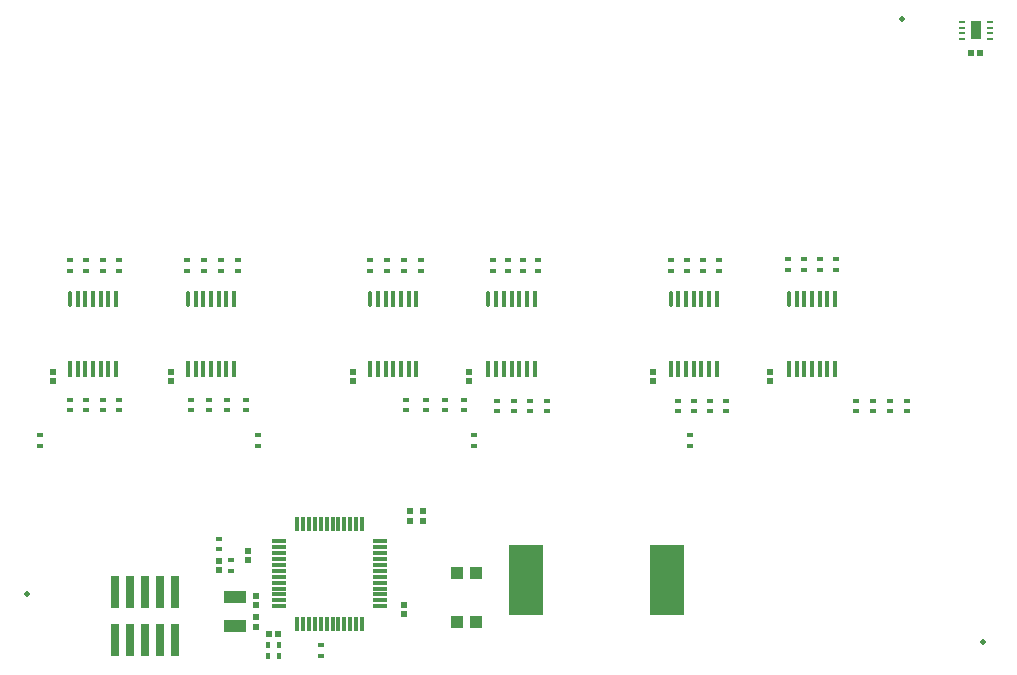
<source format=gbp>
G04*
G04 #@! TF.GenerationSoftware,Altium Limited,Altium Designer,23.9.2 (47)*
G04*
G04 Layer_Color=128*
%FSLAX44Y44*%
%MOMM*%
G71*
G04*
G04 #@! TF.SameCoordinates,755CF2AA-2F68-4FBA-815F-43BC2B140BDC*
G04*
G04*
G04 #@! TF.FilePolarity,Positive*
G04*
G01*
G75*
%ADD10C,0.5000*%
%ADD28R,0.5500X0.2500*%
%ADD30R,0.5200X0.5200*%
%ADD31R,0.5500X0.4500*%
%ADD33R,0.5200X0.5200*%
%ADD34R,0.3500X1.2000*%
%ADD35R,1.2000X0.3500*%
%ADD36R,0.6500X2.7700*%
%ADD37R,1.9000X1.1000*%
%ADD38R,0.4500X0.5500*%
%ADD39R,1.0000X1.0000*%
%ADD40R,0.3500X1.4500*%
%ADD41O,0.3500X1.4500*%
%ADD42R,3.0000X6.0000*%
%ADD58R,0.9000X1.6000*%
D10*
X756000Y547000D02*
D03*
X14924Y60000D02*
D03*
X824000Y19000D02*
D03*
D28*
X829750Y544500D02*
D03*
Y539500D02*
D03*
Y534500D02*
D03*
Y529500D02*
D03*
X806250D02*
D03*
Y534500D02*
D03*
Y539500D02*
D03*
Y544500D02*
D03*
D30*
X822000Y518000D02*
D03*
X814000D02*
D03*
X227708Y25684D02*
D03*
X219708D02*
D03*
D31*
X26000Y194500D02*
D03*
Y185500D02*
D03*
X177137Y106639D02*
D03*
Y97639D02*
D03*
X187431Y79500D02*
D03*
Y88500D02*
D03*
X264000Y7500D02*
D03*
Y16500D02*
D03*
X51000Y342500D02*
D03*
Y333500D02*
D03*
X65000Y342500D02*
D03*
Y333500D02*
D03*
X79000Y342500D02*
D03*
Y333500D02*
D03*
X93000Y342500D02*
D03*
Y333500D02*
D03*
X150000Y342500D02*
D03*
Y333500D02*
D03*
X164333Y342500D02*
D03*
Y333500D02*
D03*
X178667Y342500D02*
D03*
Y333500D02*
D03*
X193000Y342500D02*
D03*
Y333500D02*
D03*
X305000Y342500D02*
D03*
Y333500D02*
D03*
X319333Y342500D02*
D03*
Y333500D02*
D03*
X333667Y342500D02*
D03*
Y333500D02*
D03*
X348000Y342500D02*
D03*
Y333500D02*
D03*
X409000Y342500D02*
D03*
Y333500D02*
D03*
X421667Y342500D02*
D03*
Y333500D02*
D03*
X434333Y342500D02*
D03*
Y333500D02*
D03*
X447000Y342500D02*
D03*
Y333500D02*
D03*
X51000Y215500D02*
D03*
Y224500D02*
D03*
X65000Y215500D02*
D03*
Y224500D02*
D03*
X79000Y215500D02*
D03*
Y224500D02*
D03*
X93000Y215500D02*
D03*
Y224500D02*
D03*
X153217Y215500D02*
D03*
Y224500D02*
D03*
X168811Y215500D02*
D03*
Y224500D02*
D03*
X184405Y215500D02*
D03*
Y224500D02*
D03*
X200000Y215500D02*
D03*
Y224500D02*
D03*
X210000Y194500D02*
D03*
Y185500D02*
D03*
X336000Y215500D02*
D03*
Y224500D02*
D03*
X352333Y215500D02*
D03*
Y224500D02*
D03*
X368667Y215500D02*
D03*
Y224500D02*
D03*
X385000Y215500D02*
D03*
Y224500D02*
D03*
X393000Y194500D02*
D03*
Y185500D02*
D03*
X413000Y214500D02*
D03*
Y223500D02*
D03*
X427000Y214500D02*
D03*
Y223500D02*
D03*
X441000Y214500D02*
D03*
Y223500D02*
D03*
X455000Y214500D02*
D03*
Y223500D02*
D03*
X560000Y342500D02*
D03*
Y333500D02*
D03*
X573667Y342500D02*
D03*
Y333500D02*
D03*
X587333Y342500D02*
D03*
Y333500D02*
D03*
X601000Y342500D02*
D03*
Y333500D02*
D03*
X659000Y343500D02*
D03*
Y334500D02*
D03*
X672667Y343500D02*
D03*
Y334500D02*
D03*
X686333Y343500D02*
D03*
Y334500D02*
D03*
X700000Y343500D02*
D03*
Y334500D02*
D03*
X566000Y214500D02*
D03*
Y223500D02*
D03*
X579667Y214500D02*
D03*
Y223500D02*
D03*
X593333Y214500D02*
D03*
Y223500D02*
D03*
X607000Y214500D02*
D03*
Y223500D02*
D03*
X576000Y194500D02*
D03*
Y185500D02*
D03*
X717000Y214500D02*
D03*
Y223500D02*
D03*
X731333Y214500D02*
D03*
Y223500D02*
D03*
X745667Y214500D02*
D03*
Y223500D02*
D03*
X760000Y214500D02*
D03*
Y223500D02*
D03*
D33*
X334000Y43000D02*
D03*
Y51000D02*
D03*
X177137Y79850D02*
D03*
Y87850D02*
D03*
X201941Y88403D02*
D03*
Y96403D02*
D03*
X208414Y58459D02*
D03*
Y50459D02*
D03*
X208299Y32208D02*
D03*
Y40209D02*
D03*
X339000Y122000D02*
D03*
Y130000D02*
D03*
X350000Y122000D02*
D03*
Y130000D02*
D03*
X37000Y240000D02*
D03*
Y248000D02*
D03*
X136618Y240000D02*
D03*
Y248000D02*
D03*
X291000Y240000D02*
D03*
Y248000D02*
D03*
X389000Y240000D02*
D03*
Y248000D02*
D03*
X545180Y240000D02*
D03*
Y248000D02*
D03*
X644000Y240000D02*
D03*
Y248000D02*
D03*
D34*
X243500Y34500D02*
D03*
X248500D02*
D03*
X253500D02*
D03*
X258500D02*
D03*
X263500D02*
D03*
X268500D02*
D03*
X273500D02*
D03*
X278500D02*
D03*
X283500D02*
D03*
X288500D02*
D03*
X293500D02*
D03*
X298500D02*
D03*
Y119500D02*
D03*
X293500D02*
D03*
X288500D02*
D03*
X283500D02*
D03*
X278500D02*
D03*
X273500D02*
D03*
X268500D02*
D03*
X263500D02*
D03*
X258500D02*
D03*
X253500D02*
D03*
X248500D02*
D03*
X243500D02*
D03*
D35*
X313500Y49500D02*
D03*
Y54500D02*
D03*
Y59500D02*
D03*
Y64500D02*
D03*
Y69500D02*
D03*
Y74500D02*
D03*
Y79500D02*
D03*
Y84500D02*
D03*
Y89500D02*
D03*
Y94500D02*
D03*
Y99500D02*
D03*
Y104500D02*
D03*
X228500D02*
D03*
Y99500D02*
D03*
Y94500D02*
D03*
Y89500D02*
D03*
Y84500D02*
D03*
Y79500D02*
D03*
Y74500D02*
D03*
Y69500D02*
D03*
Y64500D02*
D03*
Y59500D02*
D03*
Y54500D02*
D03*
Y49500D02*
D03*
D36*
X89200Y61300D02*
D03*
X101900D02*
D03*
X114600D02*
D03*
X127300D02*
D03*
X140000D02*
D03*
Y21000D02*
D03*
X127300D02*
D03*
X114600D02*
D03*
X101900D02*
D03*
X89200D02*
D03*
D37*
X191000Y32500D02*
D03*
Y57500D02*
D03*
D38*
X219208Y16684D02*
D03*
X228208D02*
D03*
X219208Y7684D02*
D03*
X228208D02*
D03*
D39*
X379000Y78000D02*
D03*
Y36000D02*
D03*
X395000Y78000D02*
D03*
Y36000D02*
D03*
D40*
X90180Y250500D02*
D03*
X83680D02*
D03*
X77180D02*
D03*
X70680D02*
D03*
X64180D02*
D03*
X57680D02*
D03*
X51180D02*
D03*
X90180Y309500D02*
D03*
X83680D02*
D03*
X77180D02*
D03*
X70680D02*
D03*
X64180D02*
D03*
X57680D02*
D03*
X190180Y250500D02*
D03*
X183680D02*
D03*
X177180D02*
D03*
X170680D02*
D03*
X164180D02*
D03*
X157680D02*
D03*
X151180D02*
D03*
X190180Y309500D02*
D03*
X183680D02*
D03*
X177180D02*
D03*
X170680D02*
D03*
X164180D02*
D03*
X157680D02*
D03*
X344500Y250500D02*
D03*
X338000D02*
D03*
X331500D02*
D03*
X325000D02*
D03*
X318500D02*
D03*
X312000D02*
D03*
X305500D02*
D03*
X344500Y309500D02*
D03*
X338000D02*
D03*
X331500D02*
D03*
X325000D02*
D03*
X318500D02*
D03*
X312000D02*
D03*
X444500Y250500D02*
D03*
X438000D02*
D03*
X431500D02*
D03*
X425000D02*
D03*
X418500D02*
D03*
X412000D02*
D03*
X405500D02*
D03*
X444500Y309500D02*
D03*
X438000D02*
D03*
X431500D02*
D03*
X425000D02*
D03*
X418500D02*
D03*
X412000D02*
D03*
X598820Y250500D02*
D03*
X592320D02*
D03*
X585820D02*
D03*
X579320D02*
D03*
X572820D02*
D03*
X566320D02*
D03*
X559820D02*
D03*
X598820Y309500D02*
D03*
X592320D02*
D03*
X585820D02*
D03*
X579320D02*
D03*
X572820D02*
D03*
X566320D02*
D03*
X698820Y250500D02*
D03*
X692320D02*
D03*
X685820D02*
D03*
X679320D02*
D03*
X672820D02*
D03*
X666320D02*
D03*
X659820D02*
D03*
X698820Y309500D02*
D03*
X692320D02*
D03*
X685820D02*
D03*
X679320D02*
D03*
X672820D02*
D03*
X666320D02*
D03*
D41*
X51180D02*
D03*
X151180D02*
D03*
X305500D02*
D03*
X405500D02*
D03*
X559820D02*
D03*
X659820D02*
D03*
D42*
X557000Y72000D02*
D03*
X437000D02*
D03*
D58*
X818000Y537000D02*
D03*
M02*

</source>
